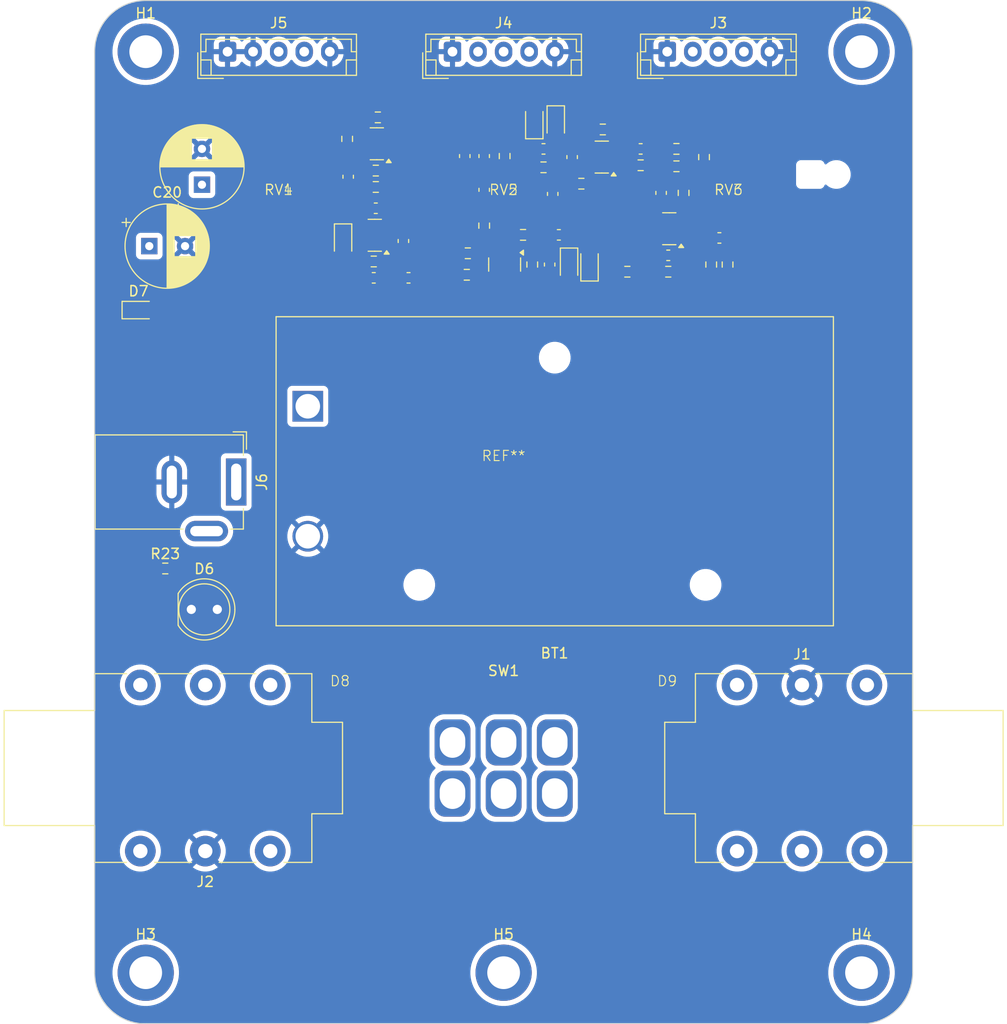
<source format=kicad_pcb>
(kicad_pcb (version 20241229) (generator "pcbnew") (generator_version "9.0")
  (layers (0 "F.Cu" signal) (2 "B.Cu" signal) (13 "F.Paste" user) (15 "B.Paste" user) (5 "F.SilkS" user "F.Silkscreen") (7 "B.SilkS" user "B.Silkscreen") (1 "F.Mask" user) (3 "B.Mask" user) (25 "Edge.Cuts" user))
  (net 0 "")
  (net 1 "Net-(D1-K)")
  (net 2 "Net-(D1-A)")
  (net 3 "Net-(D3-K)")
  (net 4 "Net-(D3-A)")
  (net 5 "Net-(Q1-E)")
  (net 6 "Net-(Q2-E)")
  (net 7 "Net-(Q3-B)")
  (net 8 "Net-(Q3-E)")
  (net 9 "Net-(Q3-C)")
  (net 10 "Net-(Q5-B)")
  (net 11 "Net-(Q4-B)")
  (net 12 "Net-(Q4-C)")
  (net 13 "0")
  (net 14 "9V")
  (net 15 "Net-(Q1-B)")
  (net 16 "Net-(Q2-B)")
  (net 17 "Net-(C2-Pad1)")
  (net 18 "Net-(C4-Pad1)")
  (net 19 "Net-(C7-Pad1)")
  (net 20 "Net-(D4-K)")
  (net 21 "Net-(Q4-E)")
  (net 26 "FS_OUT")
  (net 31 "F_OUT")
  (net 32 "Net-(J5-Pin_4)")
  (net 33 "Net-(J4-Pin_4)")
  (net 34 "Net-(J4-Pin_2)")
  (net 35 "Net-(SW1A-B)")
  (net 36 "Net-(D6-A)")
  (net 37 "Net-(J3-Pin_3)")
  (net 38 "Net-(J3-Pin_4)")
  (net 39 "Net-(J5-Pin_3)")
  (net 40 "Net-(D6-K)")
  (net 41 "SW_IN")
  (net 43 "Net-(BT1-+)")
  (net 44 "Net-(D7-A)")
  (footprint "Resistor_SMD:R_0603_1608Metric_Pad0.98x0.95mm_HandSolder" (layer "F.Cu") (at 107.6 68.8 -90)
    (property "Reference" "R2" (hide yes))
    (property "Value" "100")
    (pad "1" smd roundrect (at -0.9125 0 270) (size 0.975 0.95) (layers "F.Cu" "F.Mask" "F.Paste") (net 13 "0"))
    (pad "2" smd roundrect (at 0.9125 0 270) (size 0.975 0.95) (layers "F.Cu" "F.Mask" "F.Paste") (net 21 "Net-(Q4-E)"))
  )
  (footprint "Capacitor_SMD:C_0603_1608Metric_Pad1.08x0.95mm_HandSolder" (layer "F.Cu") (at 93.9 64.5 180)
    (property "Reference" "C6" (hide yes))
    (property "Value" "1u")
    (pad "1" smd roundrect (at -0.8625 0 180) (size 1.075 0.95) (layers "F.Cu" "F.Mask" "F.Paste") (net 15 "Net-(Q1-B)"))
    (pad "2" smd roundrect (at 0.8625 0 180) (size 1.075 0.95) (layers "F.Cu" "F.Mask" "F.Paste") (net 4 "Net-(D3-A)"))
  )
  (footprint "Diode_SMD:D_SOD-323" (layer "F.Cu") (at 95.1 61.9 -90)
    (property "Reference" "D3" (hide yes))
    (property "Value" "1N4148WS")
    (pad "1" smd roundrect (at -1.05 0 270) (size 0.6 0.45) (layers "F.Cu" "F.Mask" "F.Paste") (net 3 "Net-(D3-K)"))
    (pad "2" smd roundrect (at 1.05 0 270) (size 0.6 0.45) (layers "F.Cu" "F.Mask" "F.Paste") (net 4 "Net-(D3-A)"))
  )
  (footprint "Diode_SMD:D_SOD-323" (layer "F.Cu") (at 93 61.9 90)
    (property "Reference" "D5" (hide yes))
    (property "Value" "1N4148WS")
    (pad "1" smd roundrect (at -1.05 0 90) (size 0.6 0.45) (layers "F.Cu" "F.Mask" "F.Paste") (net 4 "Net-(D3-A)"))
    (pad "2" smd roundrect (at 1.05 0 90) (size 0.6 0.45) (layers "F.Cu" "F.Mask" "F.Paste") (net 3 "Net-(D3-K)"))
  )
  (footprint "LED_THT:LED_D5.0mm" (layer "F.Cu") (at 59.46 109.5)
    (property "Reference" "D6" (at 1.27 -3.96 0) (layer "F.SilkS"))
    (property "Value" "LED")
    (pad "1" thru_hole rect (at 0 0) (size 1.8 1.8) (drill 0.9) (layers "*.Cu" "*.Mask") (net 40 "Net-(D6-K)"))
    (pad "2" thru_hole circle (at 2.54 0) (size 1.8 1.8) (drill 0.9) (layers "*.Cu" "*.Mask") (net 36 "Net-(D6-A)"))
  )
  (footprint "Capacitor_SMD:C_0603_1608Metric_Pad1.08x0.95mm_HandSolder" (layer "F.Cu") (at 88.1 65.2 90)
    (property "Reference" "C13" (hide yes))
    (property "Value" "10n")
    (pad "1" smd roundrect (at -0.8625 0 90) (size 1.075 0.95) (layers "F.Cu" "F.Mask" "F.Paste") (net 13 "0"))
    (pad "2" smd roundrect (at 0.8625 0 90) (size 1.075 0.95) (layers "F.Cu" "F.Mask" "F.Paste") (net 34 "Net-(J4-Pin_2)"))
  )
  (footprint "Resistor_SMD:R_0603_1608Metric_Pad0.98x0.95mm_HandSolder" (layer "F.Cu") (at 88.1 72 90)
    (property "Reference" "R22" (hide yes))
    (property "Value" "22k")
    (pad "1" smd roundrect (at -0.9125 0 90) (size 0.975 0.95) (layers "F.Cu" "F.Mask" "F.Paste") (net 13 "0"))
    (pad "2" smd roundrect (at 0.9125 0 90) (size 0.975 0.95) (layers "F.Cu" "F.Mask" "F.Paste") (net 33 "Net-(J4-Pin_4)"))
  )
  (footprint "pedale:M3_hole_with_spacer" (layer "F.Cu") (at 55 145)
    (property "Reference" "H3" (at 0 -3.75 0) (layer "F.SilkS"))
    (property "Value" "MountingHole")
    (pad "1" thru_hole circle (at 0 0) (size 3.6 3.6) (drill 3.2) (layers "*.Cu" "*.Mask"))
    (pad "1" connect circle (at 0 0) (size 5.5 5.5) (layers "F.Cu" "F.Mask"))
    (pad "1" connect circle (at 0 0) (size 5.5 5.5) (layers "B.Cu" "B.Mask"))
  )
  (footprint "Capacitor_SMD:C_0603_1608Metric_Pad1.08x0.95mm_HandSolder" (layer "F.Cu") (at 88.1 68.5 -90)
    (property "Reference" "C12" (hide yes))
    (property "Value" "4.7n")
    (pad "1" smd roundrect (at -0.8625 0 270) (size 1.075 0.95) (layers "F.Cu" "F.Mask" "F.Paste") (net 2 "Net-(D1-A)"))
    (pad "2" smd roundrect (at 0.8625 0 270) (size 1.075 0.95) (layers "F.Cu" "F.Mask" "F.Paste") (net 33 "Net-(J4-Pin_4)"))
  )
  (footprint "Resistor_SMD:R_0603_1608Metric_Pad0.98x0.95mm_HandSolder" (layer "F.Cu") (at 103.4 66.1)
    (property "Reference" "R9" (hide yes))
    (property "Value" "470k")
    (pad "1" smd roundrect (at -0.9125 0) (size 0.975 0.95) (layers "F.Cu" "F.Mask" "F.Paste") (net 15 "Net-(Q1-B)"))
    (pad "2" smd roundrect (at 0.9125 0) (size 0.975 0.95) (layers "F.Cu" "F.Mask" "F.Paste") (net 3 "Net-(D3-K)"))
  )
  (footprint "Connector_JST:JST_EH_B5B-EH-A_1x05_P2.50mm_Vertical" (layer "F.Cu") (at 63 55)
    (property "Reference" "J5" (at 5 -2.8 0) (layer "F.SilkS"))
    (property "Value" "Conn_01x05")
    (pad "1" thru_hole roundrect (at 0 0) (size 1.7 1.95) (drill 0.95) (layers "*.Cu" "*.Mask") (roundrect_rratio 0.147059) (net 13 "0"))
    (pad "2" thru_hole oval (at 2.5 0) (size 1.7 1.95) (drill 0.95) (layers "*.Cu" "*.Mask") (net 13 "0"))
    (pad "3" thru_hole oval (at 5 0) (size 1.7 1.95) (drill 0.95) (layers "*.Cu" "*.Mask") (net 39 "Net-(J5-Pin_3)"))
    (pad "4" thru_hole oval (at 7.5 0) (size 1.7 1.95) (drill 0.95) (layers "*.Cu" "*.Mask") (net 32 "Net-(J5-Pin_4)"))
    (pad "5" thru_hole oval (at 10 0) (size 1.7 1.95) (drill 0.95) (layers "*.Cu" "*.Mask") (net 13 "0"))
  )
  (footprint "pedale:floating_red_led" (layer "F.Cu") (at 106 117)
    (property "Reference" "D9" (at 0 -0.5 0) (layer "F.SilkS") (effects (font (thickness 0.1))))
    (property "Value" "floating_red_led")
  )
  (footprint "Capacitor_SMD:C_0603_1608Metric_Pad1.08x0.95mm_HandSolder" (layer "F.Cu") (at 94.5 75.8 -90)
    (property "Reference" "C9" (hide yes))
    (property "Value" "470p")
    (pad "1" smd roundrect (at -0.8625 0 270) (size 1.075 0.95) (layers "F.Cu" "F.Mask" "F.Paste") (net 16 "Net-(Q2-B)"))
    (pad "2" smd roundrect (at 0.8625 0 270) (size 1.075 0.95) (layers "F.Cu" "F.Mask" "F.Paste") (net 2 "Net-(D1-A)"))
  )
  (footprint "pedale:floating_pot" (layer "F.Cu") (at 68 69)
    (property "Reference" "RV4" (at 0 -0.5 0) (layer "F.SilkS") (effects (font (thickness 0.1))))
    (property "Value" "floating_pot")
  )
  (footprint "pedale:M3_hole_with_spacer" (layer "F.Cu") (at 125 145)
    (property "Reference" "H4" (at 0 -3.75 0) (layer "F.SilkS"))
    (property "Value" "MountingHole")
    (pad "1" thru_hole circle (at 0 0) (size 3.6 3.6) (drill 3.2) (layers "*.Cu" "*.Mask"))
    (pad "1" connect circle (at 0 0) (size 5.5 5.5) (layers "F.Cu" "F.Mask"))
    (pad "1" connect circle (at 0 0) (size 5.5 5.5) (layers "B.Cu" "B.Mask"))
  )
  (footprint "Resistor_SMD:R_0603_1608Metric_Pad0.98x0.95mm_HandSolder" (layer "F.Cu") (at 97.6 67.9)
    (property "Reference" "R8" (hide yes))
    (property "Value" "100k")
    (pad "1" smd roundrect (at -0.9125 0) (size 0.975 0.95) (layers "F.Cu" "F.Mask" "F.Paste") (net 15 "Net-(Q1-B)"))
    (pad "2" smd roundrect (at 0.9125 0) (size 0.975 0.95) (layers "F.Cu" "F.Mask" "F.Paste") (net 13 "0"))
  )
  (footprint "Capacitor_SMD:C_0603_1608Metric_Pad1.08x0.95mm_HandSolder" (layer "F.Cu") (at 86.2 65.2 -90)
    (property "Reference" "C10" (hide yes))
    (property "Value" "100n")
    (pad "1" smd roundrect (at -0.8625 0 270) (size 1.075 0.95) (layers "F.Cu" "F.Mask" "F.Paste") (net 31 "F_OUT"))
    (pad "2" smd roundrect (at 0.8625 0 270) (size 1.075 0.95) (layers "F.Cu" "F.Mask" "F.Paste") (net 7 "Net-(Q3-B)"))
  )
  (footprint "Capacitor_SMD:C_0603_1608Metric_Pad1.08x0.95mm_HandSolder" (layer "F.Cu") (at 80.2 73.5 -90)
    (property "Reference" "C17" (hide yes))
    (property "Value" "10u")
    (pad "1" smd roundrect (at -0.8625 0 270) (size 1.075 0.95) (layers "F.Cu" "F.Mask" "F.Paste") (net 14 "9V"))
    (pad "2" smd roundrect (at 0.8625 0 270) (size 1.075 0.95) (layers "F.Cu" "F.Mask" "F.Paste") (net 13 "0"))
  )
  (footprint "Capacitor_SMD:C_0603_1608Metric_Pad1.08x0.95mm_HandSolder" (layer "F.Cu") (at 80.7 77.1 180)
    (property "Reference" "C18" (hide yes))
    (property "Value" "100n")
    (pad "1" smd roundrect (at -0.8625 0 180) (size 1.075 0.95) (layers "F.Cu" "F.Mask" "F.Paste") (net 13 "0"))
    (pad "2" smd roundrect (at 0.8625 0 180) (size 1.075 0.95) (layers "F.Cu" "F.Mask" "F.Paste") (net 10 "Net-(Q5-B)"))
  )
  (footprint "Capacitor_SMD:C_0603_1608Metric_Pad1.08x0.95mm_HandSolder" (layer "F.Cu") (at 77.5 70.3 180)
    (property "Reference" "C16" (hide yes))
    (property "Value" "10u")
    (pad "1" smd roundrect (at -0.8625 0 180) (size 1.075 0.95) (layers "F.Cu" "F.Mask" "F.Paste") (net 14 "9V"))
    (pad "2" smd roundrect (at 0.8625 0 180) (size 1.075 0.95) (layers "F.Cu" "F.Mask" "F.Paste") (net 13 "0"))
  )
  (footprint "Capacitor_SMD:C_0603_1608Metric_Pad1.08x0.95mm_HandSolder" (layer "F.Cu") (at 77.3 77.1 180)
    (property "Reference" "C14" (hide yes))
    (property "Value" "10u")
    (pad "1" smd roundrect (at -0.8625 0 180) (size 1.075 0.95) (layers "F.Cu" "F.Mask" "F.Paste") (net 10 "Net-(Q5-B)"))
    (pad "2" smd roundrect (at 0.8625 0 180) (size 1.075 0.95) (layers "F.Cu" "F.Mask" "F.Paste") (net 13 "0"))
  )
  (footprint "Resistor_SMD:R_0603_1608Metric_Pad0.98x0.95mm_HandSolder" (layer "F.Cu") (at 93.9 66.3)
    (property "Reference" "R12" (hide yes))
    (property "Value" "10k")
    (pad "1" smd roundrect (at -0.9125 0) (size 0.975 0.95) (layers "F.Cu" "F.Mask" "F.Paste") (net 3 "Net-(D3-K)"))
    (pad "2" smd roundrect (at 0.9125 0) (size 0.975 0.95) (layers "F.Cu" "F.Mask" "F.Paste") (net 19 "Net-(C7-Pad1)"))
  )
  (footprint "pedale:M3_hole_with_spacer" (layer "F.Cu") (at 90 145)
    (property "Reference" "H5" (at 0 -3.75 0) (layer "F.SilkS"))
    (property "Value" "MountingHole")
    (pad "1" thru_hole circle (at 0 0) (size 3.6 3.6) (drill 3.2) (layers "*.Cu" "*.Mask"))
    (pad "1" connect circle (at 0 0) (size 5.5 5.5) (layers "F.Cu" "F.Mask"))
    (pad "1" connect circle (at 0 0) (size 5.5 5.5) (layers "B.Cu" "B.Mask"))
  )
  (footprint "Diode_SMD:D_SOD-323" (layer "F.Cu") (at 98.4 75.8 90)
    (property "Reference" "D2" (hide yes))
    (property "Value" "1N4148WS")
    (pad "1" smd roundrect (at -1.05 0 90) (size 0.6 0.45) (layers "F.Cu" "F.Mask" "F.Paste") (net 2 "Net-(D1-A)"))
    (pad "2" smd roundrect (at 1.05 0 90) (size 0.6 0.45) (layers "F.Cu" "F.Mask" "F.Paste") (net 1 "Net-(D1-K)"))
  )
  (footprint "Connector_BarrelJack:BarrelJack_GCT_DCJ200-10-A_Horizontal" (layer "F.Cu") (at 63.85 97.05 -90)
    (property "Reference" "J6" (at 0 -2.5 90) (layer "F.SilkS"))
    (property "Value" "Barrel_Jack_MountingPin")
    (pad "1" thru_hole rect (at 0 0 270) (size 4.6 2) (drill oval 3.6 1) (layers "*.Cu" "*.Mask") (net 44 "Net-(D7-A)"))
    (pad "2" thru_hole oval (at 0 6.3 270) (size 4.2 2) (drill oval 3.2 1) (layers "*.Cu" "*.Mask") (net 13 "0"))
    (pad "3" thru_hole oval (at 4.8 2.9 270) (size 2 4.2) (drill oval 1 3.2) (layers "*.Cu" "*.Mask"))
  )
  (footprint "pedale:M3_hole_with_spacer" (layer "F.Cu") (at 55 55)
    (property "Reference" "H1" (at 0 -3.75 0) (layer "F.SilkS"))
    (property "Value" "MountingHole")
    (pad "1" thru_hole circle (at 0 0) (size 3.6 3.6) (drill 3.2) (layers "*.Cu" "*.Mask"))
    (pad "1" connect circle (at 0 0) (size 5.5 5.5) (layers "F.Cu" "F.Mask"))
    (pad "1" connect circle (at 0 0) (size 5.5 5.5) (layers "B.Cu" "B.Mask"))
  )
  (footprint "Resistor_SMD:R_0603_1608Metric_Pad0.98x0.95mm_HandSolder" (layer "F.Cu") (at 74.7 63.52 90)
    (property "Reference" "R20" (hide yes))
    (property "Value" "15k")
    (pad "1" smd roundrect (at -0.9125 0 90) (size 0.975 0.95) (layers "F.Cu" "F.Mask" "F.Paste") (net 9 "Net-(Q3-C)"))
    (pad "2" smd roundrect (at 0.9125 0 90) (size 0.975 0.95) (layers "F.Cu" "F.Mask" "F.Paste") (net 14 "9V"))
  )
  (footprint "Capacitor_THT:CP_Radial_D8.0mm_P3.50mm" (layer "F.Cu") (at 60.5 68 90)
    (property "Reference" "C19" (hide yes))
    (property "Value" "470u")
    (pad "1" thru_hole rect (at 0 0 90) (size 1.6 1.6) (drill 0.8) (layers "*.Cu" "*.Mask") (net 14 "9V"))
    (pad "2" thru_hole circle (at 3.5 0 90) (size 1.6 1.6) (drill 0.8) (layers "*.Cu" "*.Mask") (net 13 "0"))
  )
  (footprint "Connector_JST:JST_EH_B5B-EH-A_1x05_P2.50mm_Vertical" (layer "F.Cu") (at 106 55)
    (property "Reference" "J3" (at 5 -2.8 0) (layer "F.SilkS"))
    (property "Value" "Conn_01x05")
    (pad "1" thru_hole roundrect (at 0 0) (size 1.7 1.95) (drill 0.95) (layers "*.Cu" "*.Mask") (roundrect_rratio 0.147059) (net 13 "0"))
    (pad "2" thru_hole oval (at 2.5 0) (size 1.7 1.95) (drill 0.95) (layers "*.Cu" "*.Mask") (net 26 "FS_OUT"))
    (pad "3" thru_hole oval (at 5 0) (size 1.7 1.95) (drill 0.95) (layers "*.Cu" "*.Mask") (net 37 "Net-(J3-Pin_3)"))
    (pad "4" thru_hole oval (at 7.5 0) (size 1.7 1.95) (drill 0.95) (layers "*.Cu" "*.Mask") (net 38 "Net-(J3-Pin_4)"))
    (pad "5" thru_hole oval (at 10 0) (size 1.7 1.95) (drill 0.95) (layers "*.Cu" "*.Mask") (net 13 "0"))
  )
  (footprint "Resistor_SMD:R_0603_1608Metric_Pad0.98x0.95mm_HandSolder" (layer "F.Cu") (at 106.9 66.2 180)
    (property "Reference" "R10" (hide yes))
    (property "Value" "10k")
    (pad "1" smd roundrect (at -0.9125 0 180) (size 0.975 0.95) (layers "F.Cu" "F.Mask" "F.Paste") (net 14 "9V"))
    (pad "2" smd roundrect (at 0.9125 0 180) (size 0.975 0.95) (layers "F.Cu" "F.Mask" "F.Paste") (net 3 "Net-(D3-K)"))
  )
  (footprint "Capacitor_SMD:C_0603_1608Metric_Pad1.08x0.95mm_HandSolder" (layer "F.Cu") (at 94.8 68.9 -90)
    (property "Reference" "C7" (hide yes))
    (property "Value" "100n")
    (pad "1" smd roundrect (at -0.8625 0 270) (size 1.075 0.95) (layers "F.Cu" "F.Mask" "F.Paste") (net 19 "Net-(C7-Pad1)"))
    (pad "2" smd roundrect (at 0.8625 0 270) (size 1.075 0.95) (layers "F.Cu" "F.Mask" "F.Paste") (net 16 "Net-(Q2-B)"))
  )
  (footprint "Resistor_SMD:R_0603_1608Metric_Pad0.98x0.95mm_HandSolder" (layer "F.Cu") (at 106.9 64.5 180)
    (property "Reference" "R7" (hide yes))
    (property "Value" "10k")
    (pad "1" smd roundrect (at -0.9125 0 180) (size 0.975 0.95) (layers "F.Cu" "F.Mask" "F.Paste") (net 37 "Net-(J3-Pin_3)"))
    (pad "2" smd roundrect (at 0.9125 0 180) (size 0.975 0.95) (layers "F.Cu" "F.Mask" "F.Paste") (net 18 "Net-(C4-Pad1)"))
  )
  (footprint "Capacitor_SMD:C_0603_1608Metric_Pad1.08x0.95mm_HandSolder" (layer "F.Cu") (at 105.4 68.8 90)
    (property "Reference" "C3" (hide yes))
    (property "Value" "1u")
    (pad "1" smd roundrect (at -0.8625 0 90) (size 1.075 0.95) (layers "F.Cu" "F.Mask" "F.Paste") (net 12 "Net-(Q4-C)"))
    (pad "2" smd roundrect (at 0.8625 0 90) (size 1.075 0.95) (layers "F.Cu" "F.Mask" "F.Paste") (net 26 "FS_OUT"))
  )
  (footprint "pedale:big_muff_pi_front_plate" (layer "F.Cu") (at 90 95)
    (property "Reference" "REF**" (at 0 -0.5 0) (layer "F.SilkS") (effects (font (thickness 0.1))))
    (property "Value" "big_muff_pi_front_plate")
  )
  (footprint "Capacitor_SMD:C_0603_1608Metric_Pad1.08x0.95mm_HandSolder" (layer "F.Cu") (at 96.7 65.3 90)
    (property "Reference" "C5" (hide yes))
    (property "Value" "470p")
    (pad "1" smd roundrect (at -0.8625 0 90) (size 1.075 0.95) (layers "F.Cu" "F.Mask" "F.Paste") (net 15 "Net-(Q1-B)"))
    (pad "2" smd roundrect (at 0.8625 0 90) (size 1.075 0.95) (layers "F.Cu" "F.Mask" "F.Paste") (net 3 "Net-(D3-K)"))
  )
  (footprint "Connector_Audio:Jack_6.35mm_Neutrik_NMJ6HHD2_Horizontal" (layer "F.Cu") (at 112.825 116.885)
    (property "Reference" "J1" (at 6.35 -3 0) (layer "F.SilkS"))
    (property "Value" "NMJ6HHD2")
    (pad "R" thru_hole circle (at 6.35 0) (size 3 3) (drill 1.4) (layers "*.Cu" "*.Mask") (net 13 "0"))
    (pad "RN" thru_hole circle (at 6.35 16.23) (size 3 3) (drill 1.4) (layers "*.Cu" "*.Mask"))
    (pad "S" thru_hole circle (at 12.7 0) (size 3 3) (drill 1.4) (layers "*.Cu" "*.Mask"))
    (pad "SN" thru_hole circle (at 12.7 16.23) (size 3 3) (drill 1.4) (layers "*.Cu" "*.Mask"))
    (pad "T" thru_hole circle (at 0 0) (size 3 3) (drill 1.4) (layers "*.Cu" "*.Mask") (net 41 "SW_IN"))
    (pad "TN" thru_hole circle (at 0 16.23) (size 3 3) (drill 1.4) (layers "*.Cu" "*.Mask"))
  )
  (footprint "Package_TO_SOT_SMD:SOT-23" (layer "F.Cu") (at 90.1 75.8 -90)
    (property "Reference" "Q2" (hide yes))
    (property "Value" "MMBT5551")
    (pad "1" smd roundrect (at -0.9375 -0.95 270) (size 1.475 0.6) (layers "F.Cu" "F.Mask" "F.Paste") (net 16 "Net-(Q2-B)"))
    (pad "2" smd roundrect (at -0.9375 0.95 270) (size 1.475 0.6) (layers "F.Cu" "F.Mask" "F.Paste") (net 6 "Net-(Q2-E)"))
    (pad "3" smd roundrect (at 0.9375 0 270) (size 1.475 0.6) (layers "F.Cu" "F.Mask" "F.Paste") (net 2 "Net-(D1-A)"))
  )
  (footprint "Package_TO_SOT_SMD:SOT-23" (layer "F.Cu") (at 77.4 72.94 180)
    (property "Reference" "Q5" (hide yes))
    (property "Value" "MMBT5551")
    (pad "1" smd roundrect (at -0.9375 -0.95 180) (size 1.475 0.6) (layers "F.Cu" "F.Mask" "F.Paste") (net 10 "Net-(Q5-B)"))
    (pad "2" smd roundrect (at -0.9375 0.95 180) (size 1.475 0.6) (layers "F.Cu" "F.Mask" "F.Paste") (net 14 "9V"))
    (pad "3" smd roundrect (at 0.9375 0 180) (size 1.475 0.6) (layers "F.Cu" "F.Mask" "F.Paste") (net 20 "Net-(D4-K)"))
  )
  (footprint "Resistor_SMD:R_0603_1608Metric_Pad0.98x0.95mm_HandSolder" (layer "F.Cu") (at 92.8 75.8 -90)
    (property "Reference" "R14" (hide yes))
    (property "Value" "470k")
    (pad "1" smd roundrect (at -0.9125 0 270) (size 0.975 0.95) (layers "F.Cu" "F.Mask" "F.Paste") (net 16 "Net-(Q2-B)"))
    (pad "2" smd roundrect (at 0.9125 0 270) (size 0.975 0.95) (layers "F.Cu" "F.Mask" "F.Paste") (net 2 "Net-(D1-A)"))
  )
  (footprint "pedale:floating_pot" (layer "F.Cu") (at 112 69)
    (property "Reference" "RV6" (at 0 -0.5 0) (layer "F.SilkS") (effects (font (thickness 0.1))))
    (property "Value" "floating_pot")
  )
  (footprint "Capacitor_SMD:C_0603_1608Metric_Pad1.08x0.95mm_HandSolder" (layer "F.Cu") (at 95.4 72.9)
    (property "Reference" "C8" (hide yes))
    (property "Value" "1u")
    (pad "1" smd roundrect (at -0.8625 0) (size 1.075 0.95) (layers "F.Cu" "F.Mask" "F.Paste") (net 16 "Net-(Q2-B)"))
    (pad "2" smd roundrect (at 0.8625 0) (size 1.075 0.95) (layers "F.Cu" "F.Mask" "F.Paste") (net 1 "Net-(D1-K)"))
  )
  (footprint "Resistor_SMD:R_0603_1608Metric_Pad0.98x0.95mm_HandSolder" (layer "F.Cu") (at 56.9125 105.5)
    (property "Reference" "R23" (at 0 -1.43 0) (layer "F.SilkS"))
    (property "Value" "1k")
    (pad "1" smd roundrect (at -0.9125 0) (size 0.975 0.95) (layers "F.Cu" "F.Mask" "F.Paste") (net 40 "Net-(D6-K)"))
    (pad "2" smd roundrect (at 0.9125 0) (size 0.975 0.95) (layers "F.Cu" "F.Mask" "F.Paste") (net 13 "0"))
  )
  (footprint "switch:switch_DPDT" (layer "F.Cu") (at 85 122.5)
    (property "Reference" "SW1" (at 5 -7 0) (layer "F.SilkS"))
    (property "Value" "SW_DPDT_x2")
    (pad "1" thru_hole roundrect (at 0 0) (size 3.5 4.5) (drill oval 2.5 3) (layers "*.Cu" "*.Mask") (roundrect_rratio 0.2857142857) (net 39 "Net-(J5-Pin_3)"))
    (pad "2" thru_hole roundrect (at 5 0) (size 3.5 4.5) (drill oval 2.5 3) (layers "*.Cu" "*.Mask") (roundrect_rratio 0.2857142857) (net 35 "Net-(SW1A-B)"))
    (pad "3" thru_hole roundrect (at 10 0) (size 3.5 4.5) (drill oval 2.5 3) (layers "*.Cu" "*.Mask") (roundrect_rratio 0.2857142857) (net 41 "SW_IN"))
    (pad "4" thru_hole roundrect (at 10 5) (size 3.5 4.5) (drill oval 2.5 3) (layers "*.Cu" "*.Mask") (roundrect_rratio 0.2857142857) (net 14 "9V"))
    (pad "5" thru_hole roundrect (at 5 5) (size 3.5 4.5) (drill oval 2.5 3) (layers "*.Cu" "*.Mask") (roundrect_rratio 0.2857142857) (net 36 "Net-(D6-A)"))
    (pad "6" thru_hole roundrect (at 0 5) (size 3.5 4.5) (drill oval 2.5 3) (layers "*.Cu" "*.Mask") (roundrect_rratio 0.2857142857))
  )
  (footprint "Diode_SMD:D_SOD-323" (layer "F.Cu") (at 96.4 75.8 -90)
    (property "Reference" "D1" (hide yes))
    (property "Value" "1N4148WS")
    (pad "1" smd roundrect (at -1.05 0 270) (size 0.6 0.45) (layers "F.Cu" "F.Mask" "F.Paste") (net 1 "Net-(D1-K)"))
    (pad "2" smd roundrect (at 1.05 0 270) (size 0.6 0.45) (layers "F.Cu" "F.Mask" "F.Paste") (net 2 "Net-(D1-A)"))
  )
  (footprint "Resistor_SMD:R_0603_1608Metric_Pad0.98x0.95mm_HandSolder" (layer "F.Cu") (at 77.5 68.22 180)
    (property "Reference" "R19" (hide yes))
    (property "Value" "470k")
    (pad "1" smd roundrect (at -0.9125 0 180) (size 0.975 0.95) (layers "F.Cu" "F.Mask" "F.Paste") (net 7 "Net-(Q3-B)"))
    (pad "2" smd roundrect (at 0.9125 0 180) (size 0.975 0.95) (layers "F.Cu" "F.Mask" "F.Paste") (net 14 "9V"))
  )
  (footprint "Resistor_SMD:R_0603_1608Metric_Pad0.98x0.95mm_HandSolder" (layer "F.Cu") (at 109.6 65.3 -90)
    (property "Reference" "R6" (hide yes))
    (property "Value" "1k")
    (pad "1" smd roundrect (at -0.9125 0 270) (size 0.975 0.95) (layers "F.Cu" "F.Mask" "F.Paste") (net 38 "Net-(J3-Pin_4)"))
    (pad "2" smd roundrect (at 0.9125 0 270) (size 0.975 0.95) (layers "F.Cu" "F.Mask" "F.Paste") (net 13 "0"))
  )
  (footprint "Resistor_SMD:R_0603_1608Metric_Pad0.98x0.95mm_HandSolder" (layer "F.Cu") (at 86.5 74.7 180)
    (property "Reference" "R16" (hide yes))
    (property "Value" "150")
    (pad "1" smd roundrect (at -0.9125 0 180) (size 0.975 0.95) (layers "F.Cu" "F.Mask" "F.Paste") (net 6 "Net-(Q2-E)"))
    (pad "2" smd roundrect (at 0.9125 0 180) (size 0.975 0.95) (layers "F.Cu" "F.Mask" "F.Paste") (net 13 "0"))
  )
  (footprint "Package_TO_SOT_SMD:SOT-23" (layer "F.Cu") (at 106.2 72.3 180)
    (property "Reference" "Q4" (hide yes))
    (property "Value" "MMBT5551")
    (pad "1" smd roundrect (at -0.9375 -0.95 180) (size 1.475 0.6) (layers "F.Cu" "F.Mask" "F.Paste") (net 11 "Net-(Q4-B)"))
    (pad "2" smd roundrect (at -0.9375 0.95 180) (size 1.475 0.6) (layers "F.Cu" "F.Mask" "F.Paste") (net 21 "Net-(Q4-E)"))
    (pad "3" smd roundrect (at 0.9375 0 180) (size 1.475 0.6) (layers "F.Cu" "F.Mask" "F.Paste") (net 12 "Net-(Q4-C)"))
  )
  (footprint "pedale:floating_pot_knob" (layer "F.Cu") (at 68 69)
    (property "Reference" "RV1" (at 0 -0.5 0) (layer "F.SilkS") (effects (font (thickness 0.1))))
    (property "Value" "floating_pot_knob")
  )
  (footprint "Resistor_SMD:R_0603_1608Metric_Pad0.98x0.95mm_HandSolder" (layer "F.Cu") (at 77.7 61.42 180)
    (property "Reference" "R21" (hide yes))
    (property "Value" "3.3k")
    (pad "1" smd roundrect (at -0.9125 0 180) (size 0.975 0.95) (layers "F.Cu" "F.Mask" "F.Paste") (net 8 "Net-(Q3-E)"))
    (pad "2" smd roundrect (at 0.9125 0 180) (size 0.975 0.95) (layers "F.Cu" "F.Mask" "F.Paste") (net 13 "0"))
  )
  (footprint "Package_TO_SOT_SMD:SOT-23" (layer "F.Cu") (at 99.6 65.3 180)
    (property "Reference" "Q1" (hide yes))
    (property "Value" "MMBT5551")
    (pad "1" smd roundrect (at -0.9375 -0.95 180) (size 1.475 0.6) (layers "F.Cu" "F.Mask" "F.Paste") (net 15 "Net-(Q1-B)"))
    (pad "2" smd roundrect (at -0.9375 0.95 180) (size 1.475 0.6) (layers "F.Cu" "F.Mask" "F.Paste") (net 5 "Net-(Q1-E)"))
    (pad "3" smd roundrect (at 0.9375 0 180) (size 1.475 0.6) (layers "F.Cu" "F.Mask" "F.Paste") (net 3 "Net-(D3-K)"))
  )
  (footprint "Resistor_SMD:R_0603_1608Metric_Pad0.98x0.95mm_HandSolder" (layer "F.Cu") (at 106.1 76.5 180)
    (property "Reference" "R4" (hide yes))
    (property "Value" "470k")
    (pad "1" smd roundrect (at -0.9125 0 180) (size 0.975 0.95) (layers "F.Cu" "F.Mask" "F.Paste") (net 11 "Net-(Q4-B)"))
    (pad "2" smd roundrect (at 0.9125 0 180) (size 0.975 0.95) (layers "F.Cu" "F.Mask" "F.Paste") (net 12 "Net-(Q4-C)"))
  )
  (footprint "Package_TO_SOT_SMD:SOT-23" (layer "F.Cu") (at 77.6 64 180)
    (property "Reference" "Q3" (hide yes))
    (property "Value" "MMBT5551")
    (pad "1" smd roundrect (at -0.9375 -0.95 180) (size 1.475 0.6) (layers "F.Cu" "F.Mask" "F.Paste") (net 7 "Net-(Q3-B)"))
    (pad "2" smd roundrect (at -0.9375 0.95 180) (size 1.475 0.6) (layers "F.Cu" "F.Mask" "F.Paste") (net 8 "Net-(Q3-E)"))
    (pad "3" smd roundrect (at 0.9375 0 180) (size 1.475 0.6) (layers "F.Cu" "F.Mask" "F.Paste") (net 9 "Net-(Q3-C)"))
  )
  (footprint "Resistor_SMD:R_0603_1608Metric_Pad0.98x0.95mm_HandSolder" (layer "F.Cu") (at 99.7 62.6 180)
    (property "Reference" "R11" (hide yes))
    (property "Value" "150")
    (pad "1" smd roundrect (at -0.9125 0 180) (size 0.975 0.95) (layers "F.Cu" "F.Mask" "F.Paste") (net 5 "Net-(Q1-E)"))
    (pad "2" smd roundrect (at 0.9125 0 180) (size 0.975 0.95) (layers "F.Cu" "F.Mask" "F.Paste") (net 13 "0"))
  )
  (footprint "Resistor_SMD:R_0603_1608Metric_Pad0.98x0.95mm_HandSolder" (layer "F.Cu") (at 86.4 76.8)
    (property "Reference" "R15" (hide yes))
    (property "Value" "10k")
    (pad "1" smd roundrect (at -0.9125 0) (size 0.975 0.95) (layers "F.Cu" "F.Mask" "F.Paste") (net 14 "9V"))
    (pad "2" smd roundrect (at 0.9125 0) (size 0.975 0.95) (layers "F.Cu" "F.Mask" "F.Paste") (net 2 "Net-(D1-A)"))
  )
  (footprint "Diode_SMD:D_SOD-323" (layer "F.Cu") (at 74.3 73.44 -90)
    (property "Reference" "D4" (hide yes))
    (property "Value" "1N4148WS")
    (pad "1" smd roundrect (at -1.05 0 270) (size 0.6 0.45) (layers "F.Cu" "F.Mask" "F.Paste") (net 20 "Net-(D4-K)"))
    (pad "2" smd roundrect (at 1.05 0 270) (size 0.6 0.45) (layers "F.Cu" "F.Mask" "F.Paste") (net 43 "Net-(BT1-+)"))
  )
  (footprint "Capacitor_SMD:C_0603_1608Metric_Pad1.08x0.95mm_HandSolder" (layer "F.Cu") (at 74.8 67.22 -90)
    (property "Reference" "C11" (hide yes))
    (property "Value" "100n")
    (pad "1" smd roundrect (at -0.8625 0 270) (size 1.075 0.95) (layers "F.Cu" "F.Mask" "F.Paste") (net 9 "Net-(Q3-C)"))
    (pad "2" smd roundrect (at 0.8625 0 270) (size 1.075 0.95) (layers "F.Cu" "F.Mask" "F.Paste") (net 32 "Net-(J5-Pin_4)"))
  )
  (footprint "Connector_JST:JST_EH_B5B-EH-A_1x05_P2.50mm_Vertical" (layer "F.Cu") (at 85 55)
    (property "Reference" "J4" (at 5 -2.8 0) (layer "F.SilkS"))
    (property "Value" "Conn_01x05")
    (pad "1" thru_hole roundrect (at 0 0) (size 1.7 1.95) (drill 0.95) (layers "*.Cu" "*.Mask") (roundrect_rratio 0.147059) (net 13 "0"))
    (pad "2" thru_hole oval (at 2.5 0) (size 1.7 1.95) (drill 0.95) (layers "*.Cu" "*.Mask") (net 34 "Net-(J4-Pin_2)"))
    (pad "3" thru_hole oval (at 5 0) (size 1.7 1.95) (drill 0.95) (layers "*.Cu" "*.Mask") (net 31 "F_OUT"))
    (pad "4" thru_hole oval (at 7.5 0) (size 1.7 1.95) (drill 0.95) (layers "*.Cu" "*.Mask") (net 33 "Net-(J4-Pin_4)"))
    (pad "5" thru_hole oval (at 10 0) (size 1.7 1.95) (drill 0.95) (layers "*.Cu" "*.Mask") (net 13 "0"))
  )
  (footprint "Resistor_SMD:R_0603_1608Metric_Pad0.98x0.95mm_HandSolder" (layer "F.Cu") (at 77.3 75.5 180)
    (property "Reference" "R24" (hide yes))
    (property "Value" "1k")
    (pad "1" smd roundrect (at -0.9125 0 180) (size 0.975 0.95) (layers "F.Cu" "F.Mask" "F.Paste") (net 10 "Net-(Q5-B)"))
    (pad "2" smd roundrect (at 0.9125 0 180) (size 0.975 0.95) (layers "F.Cu" "F.Mask" "F.Paste") (net 20 "Net-(D4-K)"))
  )
  (footprint "Connector_Audio:Jack_6.35mm_Neutrik_NMJ6HHD2_Horizontal" (layer "F.Cu") (at 67.175 133.115 180)
    (property "Reference" "J2" (at 6.35 -3 0) (layer "F.SilkS"))
    (property "Value" "NMJ6HHD2")
    (pad "R" thru_hole circle (at 6.35 0 180) (size 3 3) (drill 1.4) (layers "*.Cu" "*.Mask") (net 13 "0"))
    (pad "RN" thru_hole circle (at 6.35 16.23 180) (size 3 3) (drill 1.4) (layers "*.Cu" "*.Mask"))
    (pad "S" thru_hole circle (at 12.7 0 180) (size 3 3) (drill 1.4) (layers "*.Cu" "*.Mask"))
    (pad "SN" thru_hole circle (at 12.7 16.23 180) (size 3 3) (drill 1.4) (layers "*.Cu" "*.Mask"))
    (pad "T" thru_hole circle (at 0 0 180) (size 3 3) (drill 1.4) (layers "*.Cu" "*.Mask") (net 35 "Net-(SW1A-B)"))
    (pad "TN" thru_hole circle (at 0 16.23 180) (size 3 3) (drill 1.4) (layers "*.Cu" "*.Mask"))
  )
  (footprint "Capacitor_SMD:C_0603_1608Metric_Pad1.08x0.95mm_HandSolder" (layer "F.Cu") (at 106.1 74.9 180)
    (property "Reference" "C1" (hide yes))
    (property "Value" "470p")
    (pad "1" smd roundrect (at -0.8625 0 180) (size 1.075 0.95) (layers "F.Cu" "F.Mask" "F.Paste") (net 11 "Net-(Q4-B)"))
    (pad "2" smd roundrect (at 0.8625 0 180) (size 1.075 0.95) (layers "F.Cu" "F.Mask" "F.Paste") (net 12 "Net-(Q4-C)"))
  )
  (footprint "Resistor_SMD:R_0603_1608Metric_Pad0.98x0.95mm_HandSolder" (layer "F.Cu") (at 91.9 72.9 180)
    (property "Reference" "R13" (hide yes))
    (property "Value" "100k")
    (pad "1" smd roundrect (at -0.9125 0 180) (size 0.975 0.95) (layers "F.Cu" "F.Mask" "F.Paste") (net 16 "Net-(Q2-B)"))
    (pad "2" smd roundrect (at 0.9125 0 180) (size 0.975 0.95) (layers "F.Cu" "F.Mask" "F.Paste") (net 13 "0"))
  )
  (footprint "Resistor_SMD:R_0603_1608Metric_Pad0.98x0.95mm_HandSolder" (layer "F.Cu") (at 77.5 66.62 180)
    (property "Reference" "R18" (hide yes))
    (property "Value" "100k")
    (pad "1" smd roundrect (at -0.9125 0 180) (size 0.975 0.95) (layers "F.Cu" "F.Mask" "F.Paste") (net 7 "Net-(Q3-B)"))
    (pad "2" smd roundrect (at 0.9125 0 180) (size 0.975 0.95) (layers "F.Cu" "F.Mask" "F.Paste") (net 13 "0"))
  )
  (footprint "Resistor_SMD:R_0603_1608Metric_Pad0.98x0.95mm_HandSolder" (layer "F.Cu") (at 102.1 76.5)
    (property "Reference" "R5" (hide yes))
    (property "Value" "10k")
    (pad "1" smd roundrect (at -0.9125 0) (size 0.975 0.95) (layers "F.Cu" "F.Mask" "F.Paste") (net 14 "9V"))
    (pad "2" smd roundrect (at 0.9125 0) (size 0.975 0.95) (layers "F.Cu" "F.Mask" "F.Paste") (net 12 "Net-(Q4-C)"))
  )
  (footprint "pedale:BatteryHolder_Eagle_12BH611-GR" (layer "F.Cu") (at 70.85 89.65 180)
    (property "Reference" "BT1" (at -24.13 -24.13 0) (layer "F.SilkS"))
    (property "Value" "Battery_Cell")
    (pad "" np_thru_hole circle (at -38.9 -17.45 180) (size 2.6 2.6) (drill 2.6) (layers "*.Cu" "*.Mask"))
    (pad "" np_thru_hole circle (at -24.15 4.75 180) (size 2.6 2.6) (drill 2.6) (layers "*.Cu" "*.Mask"))
    (pad "" np_thru_hole circle (at -10.9 -17.45 180) (size 2.6 2.6) (drill 2.6) (layers "*.Cu" "*.Mask"))
    (pad "1" thru_hole rect (at 0 0 180) (size 3 3) (drill 2.4) (layers "*.Cu" "*.Mask") (net 43 "Net-(BT1-+)"))
    (pad "2" thru_hole circle (at 0 -12.7 180) (size 3 3) (drill 2.4) (layers "*.Cu" "*.Mask") (net 13 "0"))
  )
  (footprint "Resistor_SMD:R_0603_1608Metric_Pad0.98x0.95mm_HandSolder" (layer "F.Cu") (at 110.3 75.8 -90)
    (property "Reference" "R1" (hide yes))
    (property "Value" "47k")
    (pad "1" smd roundrect (at -0.9125 0 270) (size 0.975 0.95) (layers "F.Cu" "F.Mask" "F.Paste") (net 11 "Net-(Q4-B)"))
    (pad "2" smd roundrect (at 0.9125 0 270) (size 0.975 0.95) (layers "F.Cu" "F.Mask" "F.Paste") (net 13 "0"))
  )
  (footprint "pedale:M3_hole_with_spacer" (layer "F.Cu") (at 125 55)
    (property "Reference" "H2" (at 0 -3.75 0) (layer "F.SilkS"))
    (property "Value" "MountingHole")
    (pad "1" thru_hole circle (at 0 0) (size 3.6 3.6) (drill 3.2) (layers "*.Cu" "*.Mask"))
    (pad "1" connect circle (at 0 0) (size 5.5 5.5) (layers "F.Cu" "F.Mask"))
    (pad "1" connect circle (at 0 0) (size 5.5 5.5) (layers "B.Cu" "B.Mask"))
  )
  (footprint "Capacitor_SMD:C_0603_1608Metric_Pad1.08x0.95mm_HandSolder" (layer "F.Cu") (at 103.4 64.5 180)
    (property "Reference" "C4" (hide yes))
    (property "Value" "100n")
    (pad "1" smd roundrect (at -0.8625 0 180) (size 1.075 0.95) (layers "F.Cu" "F.Mask" "F.Paste") (net 18 "Net-(C4-Pad1)"))
    (pad "2" smd roundrect (at 0.8625 0 180) (size 1.075 0.95) (layers "F.Cu" "F.Mask" "F.Paste") (net 15 "Net-(Q1-B)"))
  )
  (footprint "pedale:floating_pot_knob" (layer "F.Cu") (at 90 69)
    (property "Reference" "RV2" (at 0 -0.5 0) (layer "F.SilkS") (effects (font (thickness 0.1))))
    (property "Value" "floating_pot_knob")
  )
  (footprint "pedale:floating_pot" (layer "F.Cu") (at 90 69)
    (property "Reference" "RV5" (at 0 -0.5 0) (layer "F.SilkS") (effects (font (thickness 0.1))))
    (property "Value" "floating_pot")
  )
  (footprint "Resistor_SMD:R_0603_1608Metric_Pad0.98x0.95mm_HandSolder" (layer "F.Cu") (at 90.1 65.2 90)
    (property "Reference" "R17" (hide yes))
    (property "Value" "39k")
    (pad "1" smd roundrect (at -0.9125 0 90) (size 0.975 0.95) (layers "F.Cu" "F.Mask" "F.Paste") (net 2 "Net-(D1-A)"))
    (pad "2" smd roundrect (at 0.9125 0 90) (size 0.975 0.95) (layers "F.Cu" "F.Mask" "F.Paste") (net 34 "Net-(J4-Pin_2)"))
  )
  (footprint "Resistor_SMD:R_0603_1608Metric_Pad0.98x0.95mm_HandSolder" (layer "F.Cu") (at 111.9 75.8 90)
    (property "Reference" "R3" (hide yes))
    (property "Value" "47k")
    (pad "1" smd roundrect (at -0.9125 0 90) (size 0.975 0.95) (layers "F.Cu" "F.Mask" "F.Paste") (net 41 "SW_IN"))
    (pad "2" smd roundrect (at 0.9125 0 90) (size 0.975 0.95) (layers "F.Cu" "F.Mask" "F.Paste") (net 17 "Net-(C2-Pad1)"))
  )
  (footprint "Capacitor_THT:CP_Radial_D8.0mm_P3.50mm" (layer "F.Cu") (at 55.347349 74)
    (property "Reference" "C20" (at 1.75 -5.25 0) (layer "F.SilkS"))
    (property "Value" "470u")
    (pad "1" thru_hole rect (at 0 0) (size 1.6 1.6) (drill 0.8) (layers "*.Cu" "*.Mask") (net 10 "Net-(Q5-B)"))
    (pad "2" thru_hole circle (at 3.5 0) (size 1.6 1.6) (drill 0.8) (layers "*.Cu" "*.Mask") (net 13 "0"))
  )
  (footprint "Diode_SMD:D_SOD-323" (layer "F.Cu") (at 54.297651 80.25)
    (property "Reference" "D7" (at 0 -1.85 0) (layer "F.SilkS"))
    (property "Value" "1N4148WS")
    (pad "1" smd roundrect (at -1.05 0) (size 0.6 0.45) (layers "F.Cu" "F.Mask" "F.Paste") (net 20 "Net-(D4-K)"))
    (pad "2" smd roundrect (at 1.05 0) (size 0.6 0.45) (layers "F.Cu" "F.Mask" "F.Paste") (net 44 "Net-(D7-A)"))
  )
  (footprint "pedale:floating_pot_knob" (layer "F.Cu") (at 112 69)
    (property "Reference" "RV3" (at 0 -0.5 0) (layer "F.SilkS") (effects (font (thickness 0.1))))
    (property "Value" "floating_pot_knob")
  )
  (footprint "pedale:floating_green_led" (layer "F.Cu") (at 74 117)
    (property "Reference" "D8" (at 0 -0.5 0) (layer "F.SilkS") (effects (font (thickness 0.1))))
    (property "Value" "floating_green_led")
  )
  (footprint "Capacitor_SMD:C_0603_1608Metric_Pad1.08x0.95mm_HandSolder" (layer "F.Cu") (at 111.1 73.2 180)
    (property "Reference" "C2" (hide yes))
    (property "Value" "1u")
    (pad "1" smd roundrect (at -0.8625 0 180) (size 1.075 0.95) (layers "F.Cu" "F.Mask" "F.Paste") (net 17 "Net-(C2-Pad1)"))
    (pad "2" smd roundrect (at 0.8625 0 180) (size 1.075 0.95) (layers "F.Cu" "F.Mask" "F.Paste") (net 11 "Net-(Q4-B)"))
  )
  (gr_line (start 50 55) (end 50 145) (stroke (width 0.1)) (layer "Edge.Cuts"))
  (gr_arc (start 50 55) (mid 51.464467 51.464467) (end 55 50) (stroke (width 0.1)) (layer "Edge.Cuts"))
  (gr_arc (start 125 50) (mid 128.535533 51.464467) (end 130 55) (stroke (width 0.1)) (layer "Edge.Cuts"))
  (gr_line (start 55 150) (end 125 150) (stroke (width 0.1)) (layer "Edge.Cuts"))
  (gr_line (start 130 145) (end 130 55) (stroke (width 0.1)) (layer "Edge.Cuts"))
  (gr_arc (start 55 150) (mid 51.464467 148.535533) (end 50 145) (stroke (width 0.1)) (layer "Edge.Cuts"))
  (gr_line (start 125 50) (end 55 50) (stroke (width 0.1)) (layer "Edge.Cuts"))
  (gr_arc (start 130 145) (mid 128.535533 148.535533) (end 125 150) (stroke (width 0.1)) (layer "Edge.Cuts"))
  (zone (net 13) (net_name "0") (layer "B.Cu") (connect_pads (clearance 0.5)) (min_thickness 0.25) (fill yes (thermal_gap 0.5) (thermal_bridge_width 0.5))
    (polygon (pts (xy 50 50) (xy 130.02 50) (xy 130.02 149.93) (xy 50 149.93)))
  )
)
</source>
